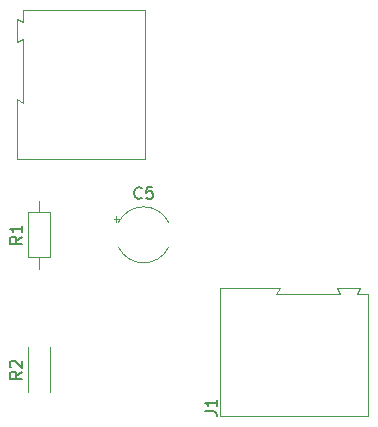
<source format=gto>
G04 #@! TF.GenerationSoftware,KiCad,Pcbnew,(5.1.9)-1*
G04 #@! TF.CreationDate,2021-05-12T12:10:18-07:00*
G04 #@! TF.ProjectId,Senior Project - Second Board,53656e69-6f72-4205-9072-6f6a65637420,rev?*
G04 #@! TF.SameCoordinates,Original*
G04 #@! TF.FileFunction,Legend,Top*
G04 #@! TF.FilePolarity,Positive*
%FSLAX46Y46*%
G04 Gerber Fmt 4.6, Leading zero omitted, Abs format (unit mm)*
G04 Created by KiCad (PCBNEW (5.1.9)-1) date 2021-05-12 12:10:18*
%MOMM*%
%LPD*%
G01*
G04 APERTURE LIST*
%ADD10C,0.120000*%
%ADD11C,0.150000*%
%ADD12R,1.600000X1.600000*%
%ADD13C,1.600000*%
%ADD14R,3.960000X1.980000*%
%ADD15O,3.960000X1.980000*%
%ADD16O,1.980000X3.960000*%
%ADD17R,1.980000X3.960000*%
%ADD18C,1.400000*%
%ADD19O,1.400000X1.400000*%
G04 APERTURE END LIST*
D10*
X134807712Y-93690000D02*
X134807712Y-94140000D01*
X134582712Y-93915000D02*
X135032712Y-93915000D01*
X139239740Y-94190000D02*
G75*
G03*
X135000259Y-94190000I-2119740J-1060000D01*
G01*
X139239740Y-96310000D02*
G75*
G02*
X135000259Y-96310000I-2119740J1060000D01*
G01*
X143560000Y-99750000D02*
X143560000Y-110600000D01*
X148660000Y-99750000D02*
X143560000Y-99750000D01*
X148360000Y-100250000D02*
X148660000Y-99750000D01*
X153760000Y-100250000D02*
X148360000Y-100250000D01*
X153510000Y-99750000D02*
X153760000Y-100250000D01*
X153560000Y-99750000D02*
X153510000Y-99750000D01*
X155460000Y-99750000D02*
X153560000Y-99750000D01*
X155210000Y-100250000D02*
X155460000Y-99750000D01*
X156160000Y-100250000D02*
X155210000Y-100250000D01*
X156160000Y-110600000D02*
X156160000Y-100250000D01*
X143560000Y-110600000D02*
X156160000Y-110600000D01*
X137270000Y-88850000D02*
X137270000Y-76250000D01*
X137270000Y-76250000D02*
X126920000Y-76250000D01*
X126920000Y-76250000D02*
X126920000Y-77200000D01*
X126920000Y-77200000D02*
X126420000Y-76950000D01*
X126420000Y-76950000D02*
X126420000Y-78850000D01*
X126420000Y-78850000D02*
X126420000Y-78900000D01*
X126420000Y-78900000D02*
X126920000Y-78650000D01*
X126920000Y-78650000D02*
X126920000Y-84050000D01*
X126920000Y-84050000D02*
X126420000Y-83750000D01*
X126420000Y-83750000D02*
X126420000Y-88850000D01*
X126420000Y-88850000D02*
X137270000Y-88850000D01*
X128270000Y-92380000D02*
X128270000Y-93330000D01*
X128270000Y-98120000D02*
X128270000Y-97170000D01*
X127350000Y-93330000D02*
X127350000Y-97170000D01*
X129190000Y-93330000D02*
X127350000Y-93330000D01*
X129190000Y-97170000D02*
X129190000Y-93330000D01*
X127350000Y-97170000D02*
X129190000Y-97170000D01*
X129190000Y-108600000D02*
X129190000Y-104760000D01*
X127350000Y-108600000D02*
X127350000Y-104760000D01*
D11*
X136953333Y-92107142D02*
X136905714Y-92154761D01*
X136762857Y-92202380D01*
X136667619Y-92202380D01*
X136524761Y-92154761D01*
X136429523Y-92059523D01*
X136381904Y-91964285D01*
X136334285Y-91773809D01*
X136334285Y-91630952D01*
X136381904Y-91440476D01*
X136429523Y-91345238D01*
X136524761Y-91250000D01*
X136667619Y-91202380D01*
X136762857Y-91202380D01*
X136905714Y-91250000D01*
X136953333Y-91297619D01*
X137858095Y-91202380D02*
X137381904Y-91202380D01*
X137334285Y-91678571D01*
X137381904Y-91630952D01*
X137477142Y-91583333D01*
X137715238Y-91583333D01*
X137810476Y-91630952D01*
X137858095Y-91678571D01*
X137905714Y-91773809D01*
X137905714Y-92011904D01*
X137858095Y-92107142D01*
X137810476Y-92154761D01*
X137715238Y-92202380D01*
X137477142Y-92202380D01*
X137381904Y-92154761D01*
X137334285Y-92107142D01*
X142322380Y-110203333D02*
X143036666Y-110203333D01*
X143179523Y-110250952D01*
X143274761Y-110346190D01*
X143322380Y-110489047D01*
X143322380Y-110584285D01*
X143322380Y-109203333D02*
X143322380Y-109774761D01*
X143322380Y-109489047D02*
X142322380Y-109489047D01*
X142465238Y-109584285D01*
X142560476Y-109679523D01*
X142608095Y-109774761D01*
X126802380Y-95416666D02*
X126326190Y-95750000D01*
X126802380Y-95988095D02*
X125802380Y-95988095D01*
X125802380Y-95607142D01*
X125850000Y-95511904D01*
X125897619Y-95464285D01*
X125992857Y-95416666D01*
X126135714Y-95416666D01*
X126230952Y-95464285D01*
X126278571Y-95511904D01*
X126326190Y-95607142D01*
X126326190Y-95988095D01*
X126802380Y-94464285D02*
X126802380Y-95035714D01*
X126802380Y-94750000D02*
X125802380Y-94750000D01*
X125945238Y-94845238D01*
X126040476Y-94940476D01*
X126088095Y-95035714D01*
X126802380Y-106846666D02*
X126326190Y-107180000D01*
X126802380Y-107418095D02*
X125802380Y-107418095D01*
X125802380Y-107037142D01*
X125850000Y-106941904D01*
X125897619Y-106894285D01*
X125992857Y-106846666D01*
X126135714Y-106846666D01*
X126230952Y-106894285D01*
X126278571Y-106941904D01*
X126326190Y-107037142D01*
X126326190Y-107418095D01*
X125897619Y-106465714D02*
X125850000Y-106418095D01*
X125802380Y-106322857D01*
X125802380Y-106084761D01*
X125850000Y-105989523D01*
X125897619Y-105941904D01*
X125992857Y-105894285D01*
X126088095Y-105894285D01*
X126230952Y-105941904D01*
X126802380Y-106513333D01*
X126802380Y-105894285D01*
%LPC*%
D12*
X134620000Y-95250000D03*
D13*
X139620000Y-95250000D03*
D14*
X149860000Y-107950000D03*
D15*
X149860000Y-102950000D03*
D16*
X129620000Y-82550000D03*
D17*
X134620000Y-82550000D03*
D18*
X128270000Y-99060000D03*
D19*
X128270000Y-91440000D03*
D18*
X128270000Y-109220000D03*
D19*
X128270000Y-104140000D03*
M02*

</source>
